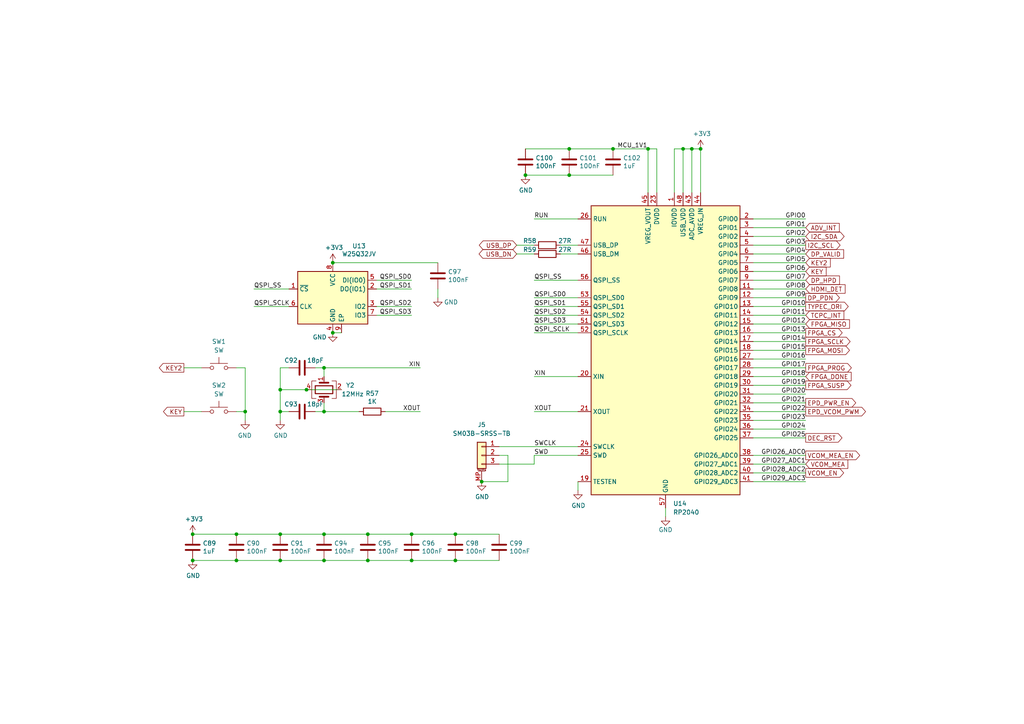
<source format=kicad_sch>
(kicad_sch (version 20231120) (generator "eeschema") (generator_version "8.0")
  (paper "A4")
  (title_block (title "Caster EPDC") (date "2022-07-03") (rev "R0.4") (company "Copyright 2022 Modos / Engineer: Wenting Zhang"))
  (lib_symbols
    (symbol "Connector_Generic_MountingPin:Conn_01x03_MountingPin" (pin_names (offset 1.016) hide)
      (property "Reference" "J" (at 0 5.08 0))
      (property "Value" "Conn_01x03_MountingPin" (at 1.27 -5.08 0))
      (symbol "Conn_01x03_MountingPin_1_1"
        (rectangle (start -1.27 -2.413) (end 0 -2.667) (stroke (width 0.1524)))
        (rectangle (start -1.27 0.127) (end 0 -0.127) (stroke (width 0.1524)))
        (rectangle (start -1.27 2.667) (end 0 2.413) (stroke (width 0.1524)))
        (rectangle (start -1.27 3.81) (end 1.27 -3.81) (stroke (width 0.254)) (fill (type background)))
        (polyline (pts (xy -1.016 -4.572) (xy 1.016 -4.572)) (stroke (width 0.1524)))
        (text "Mounting" (at 0 -4.191 0) (effects (font (size 0.381 0.381))))
        (pin passive line (at -5.08 2.54 0) (length 3.81) (name "Pin_1") (number "1"))
        (pin passive line (at -5.08 0 0) (length 3.81) (name "Pin_2") (number "2"))
        (pin passive line (at -5.08 -2.54 0) (length 3.81) (name "Pin_3") (number "3"))
        (pin passive line (at 0 -7.62 90) (length 3.048) (name "MountPin") (number "MP"))
      )
    )
    (symbol "Device:C" (pin_numbers hide) (pin_names (offset 0.254))
      (property "Reference" "C" (at 0.635 2.54 0))
      (property "Value" "C" (at 0.635 -2.54 0))
      (symbol "C_0_1"
        (polyline (pts (xy -2.032 -0.762) (xy 2.032 -0.762)) (stroke (width 0.508)))
        (polyline (pts (xy -2.032 0.762) (xy 2.032 0.762)) (stroke (width 0.508)))
      )
      (symbol "C_1_1"
        (pin passive line (at 0 3.81 270) (length 2.794) (name "~") (number "1"))
        (pin passive line (at 0 -3.81 90) (length 2.794) (name "~") (number "2"))
      )
    )
    (symbol "Device:Crystal_GND24" (pin_names (offset 1.016) hide)
      (property "Reference" "Y" (at 3.175 5.08 0))
      (property "Value" "Crystal_GND24" (at 3.175 3.175 0))
      (symbol "Crystal_GND24_0_1"
        (rectangle (start -1.143 2.54) (end 1.143 -2.54) (stroke (width 0.3048)))
        (polyline (pts (xy -2.54 0) (xy -2.032 0)))
        (polyline (pts (xy -2.032 -1.27) (xy -2.032 1.27)) (stroke (width 0.508)))
        (polyline (pts (xy 0 -3.81) (xy 0 -3.556)))
        (polyline (pts (xy 0 3.556) (xy 0 3.81)))
        (polyline (pts (xy 2.032 -1.27) (xy 2.032 1.27)) (stroke (width 0.508)))
        (polyline (pts (xy 2.032 0) (xy 2.54 0)))
        (polyline (pts (xy -2.54 -2.286) (xy -2.54 -3.556) (xy 2.54 -3.556) (xy 2.54 -2.286)))
        (polyline (pts (xy -2.54 2.286) (xy -2.54 3.556) (xy 2.54 3.556) (xy 2.54 2.286)))
      )
      (symbol "Crystal_GND24_1_1"
        (pin passive line (at -3.81 0 0) (length 1.27) (name "1") (number "1"))
        (pin passive line (at 0 5.08 270) (length 1.27) (name "2") (number "2"))
        (pin passive line (at 3.81 0 180) (length 1.27) (name "3") (number "3"))
        (pin passive line (at 0 -5.08 90) (length 1.27) (name "4") (number "4"))
      )
    )
    (symbol "Device:R" (pin_numbers hide) (pin_names (offset 0))
      (property "Reference" "R" (at 2.032 0 90))
      (property "Value" "R" (at 0 0 90))
      (symbol "R_0_1"
        (rectangle (start -1.016 -2.54) (end 1.016 2.54) (stroke (width 0.254)))
      )
      (symbol "R_1_1"
        (pin passive line (at 0 3.81 270) (length 1.27) (name "~") (number "1"))
        (pin passive line (at 0 -3.81 90) (length 1.27) (name "~") (number "2"))
      )
    )
    (symbol "MCU_RaspberryPi:RP2040"
      (property "Reference" "U" (at 17.78 45.72 0))
      (property "Value" "RP2040" (at 17.78 43.18 0))
      (symbol "RP2040_0_1"
        (rectangle (start -21.59 41.91) (end 21.59 -41.91) (stroke (width 0.254)) (fill (type background)))
      )
      (symbol "RP2040_1_1"
        (pin power_in line (at 2.54 45.72 270) (length 3.81) (name "IOVDD") (number "1"))
        (pin passive line (at 2.54 45.72 270) (length 3.81) hide (name "IOVDD") (number "10"))
        (pin bidirectional line (at 25.4 17.78 180) (length 3.81) (name "GPIO8") (number "11"))
        (pin bidirectional line (at 25.4 15.24 180) (length 3.81) (name "GPIO9") (number "12"))
        (pin bidirectional line (at 25.4 12.7 180) (length 3.81) (name "GPIO10") (number "13"))
        (pin bidirectional line (at 25.4 10.16 180) (length 3.81) (name "GPIO11") (number "14"))
        (pin bidirectional line (at 25.4 7.62 180) (length 3.81) (name "GPIO12") (number "15"))
        (pin bidirectional line (at 25.4 5.08 180) (length 3.81) (name "GPIO13") (number "16"))
        (pin bidirectional line (at 25.4 2.54 180) (length 3.81) (name "GPIO14") (number "17"))
        (pin bidirectional line (at 25.4 0 180) (length 3.81) (name "GPIO15") (number "18"))
        (pin input line (at -25.4 -38.1 0) (length 3.81) (name "TESTEN") (number "19"))
        (pin bidirectional line (at 25.4 38.1 180) (length 3.81) (name "GPIO0") (number "2"))
        (pin input line (at -25.4 -7.62 0) (length 3.81) (name "XIN") (number "20"))
        (pin passive line (at -25.4 -17.78 0) (length 3.81) (name "XOUT") (number "21"))
        (pin passive line (at 2.54 45.72 270) (length 3.81) hide (name "IOVDD") (number "22"))
        (pin power_in line (at -2.54 45.72 270) (length 3.81) (name "DVDD") (number "23"))
        (pin input line (at -25.4 -27.94 0) (length 3.81) (name "SWCLK") (number "24"))
        (pin bidirectional line (at -25.4 -30.48 0) (length 3.81) (name "SWD") (number "25"))
        (pin input line (at -25.4 38.1 0) (length 3.81) (name "RUN") (number "26"))
        (pin bidirectional line (at 25.4 -2.54 180) (length 3.81) (name "GPIO16") (number "27"))
        (pin bidirectional line (at 25.4 -5.08 180) (length 3.81) (name "GPIO17") (number "28"))
        (pin bidirectional line (at 25.4 -7.62 180) (length 3.81) (name "GPIO18") (number "29"))
        (pin bidirectional line (at 25.4 35.56 180) (length 3.81) (name "GPIO1") (number "3"))
        (pin bidirectional line (at 25.4 -10.16 180) (length 3.81) (name "GPIO19") (number "30"))
        (pin bidirectional line (at 25.4 -12.7 180) (length 3.81) (name "GPIO20") (number "31"))
        (pin bidirectional line (at 25.4 -15.24 180) (length 3.81) (name "GPIO21") (number "32"))
        (pin passive line (at 2.54 45.72 270) (length 3.81) hide (name "IOVDD") (number "33"))
        (pin bidirectional line (at 25.4 -17.78 180) (length 3.81) (name "GPIO22") (number "34"))
        (pin bidirectional line (at 25.4 -20.32 180) (length 3.81) (name "GPIO23") (number "35"))
        (pin bidirectional line (at 25.4 -22.86 180) (length 3.81) (name "GPIO24") (number "36"))
        (pin bidirectional line (at 25.4 -25.4 180) (length 3.81) (name "GPIO25") (number "37"))
        (pin bidirectional line (at 25.4 -30.48 180) (length 3.81) (name "GPIO26_ADC0") (number "38"))
        (pin bidirectional line (at 25.4 -33.02 180) (length 3.81) (name "GPIO27_ADC1") (number "39"))
        (pin bidirectional line (at 25.4 33.02 180) (length 3.81) (name "GPIO2") (number "4"))
        (pin bidirectional line (at 25.4 -35.56 180) (length 3.81) (name "GPIO28_ADC2") (number "40"))
        (pin bidirectional line (at 25.4 -38.1 180) (length 3.81) (name "GPIO29_ADC3") (number "41"))
        (pin passive line (at 2.54 45.72 270) (length 3.81) hide (name "IOVDD") (number "42"))
        (pin power_in line (at 7.62 45.72 270) (length 3.81) (name "ADC_AVDD") (number "43"))
        (pin power_in line (at 10.16 45.72 270) (length 3.81) (name "VREG_IN") (number "44"))
        (pin power_out line (at -5.08 45.72 270) (length 3.81) (name "VREG_VOUT") (number "45"))
        (pin bidirectional line (at -25.4 27.94 0) (length 3.81) (name "USB_DM") (number "46"))
        (pin bidirectional line (at -25.4 30.48 0) (length 3.81) (name "USB_DP") (number "47"))
        (pin power_in line (at 5.08 45.72 270) (length 3.81) (name "USB_VDD") (number "48"))
        (pin passive line (at 2.54 45.72 270) (length 3.81) hide (name "IOVDD") (number "49"))
        (pin bidirectional line (at 25.4 30.48 180) (length 3.81) (name "GPIO3") (number "5"))
        (pin passive line (at -2.54 45.72 270) (length 3.81) hide (name "DVDD") (number "50"))
        (pin bidirectional line (at -25.4 7.62 0) (length 3.81) (name "QSPI_SD3") (number "51"))
        (pin output line (at -25.4 5.08 0) (length 3.81) (name "QSPI_SCLK") (number "52"))
        (pin bidirectional line (at -25.4 15.24 0) (length 3.81) (name "QSPI_SD0") (number "53"))
        (pin bidirectional line (at -25.4 10.16 0) (length 3.81) (name "QSPI_SD2") (number "54"))
        (pin bidirectional line (at -25.4 12.7 0) (length 3.81) (name "QSPI_SD1") (number "55"))
        (pin bidirectional line (at -25.4 20.32 0) (length 3.81) (name "QSPI_SS") (number "56"))
        (pin power_in line (at 0 -45.72 90) (length 3.81) (name "GND") (number "57"))
        (pin bidirectional line (at 25.4 27.94 180) (length 3.81) (name "GPIO4") (number "6"))
        (pin bidirectional line (at 25.4 25.4 180) (length 3.81) (name "GPIO5") (number "7"))
        (pin bidirectional line (at 25.4 22.86 180) (length 3.81) (name "GPIO6") (number "8"))
        (pin bidirectional line (at 25.4 20.32 180) (length 3.81) (name "GPIO7") (number "9"))
      )
    )
    (symbol "Memory_Flash:W25Q32JVZP"
      (property "Reference" "U" (at -8.89 8.89 0))
      (property "Value" "W25Q32JVZP" (at 7.62 8.89 0))
      (symbol "W25Q32JVZP_0_1"
        (rectangle (start -10.16 7.62) (end 10.16 -7.62) (stroke (width 0.254)) (fill (type background)))
      )
      (symbol "W25Q32JVZP_1_1"
        (pin input line (at -12.7 2.54 0) (length 2.54) (name "~{CS}") (number "1"))
        (pin bidirectional line (at 12.7 2.54 180) (length 2.54) (name "DO(IO1)") (number "2"))
        (pin bidirectional line (at 12.7 -2.54 180) (length 2.54) (name "IO2") (number "3"))
        (pin power_in line (at 0 -10.16 90) (length 2.54) (name "GND") (number "4"))
        (pin bidirectional line (at 12.7 5.08 180) (length 2.54) (name "DI(IO0)") (number "5"))
        (pin input line (at -12.7 -2.54 0) (length 2.54) (name "CLK") (number "6"))
        (pin bidirectional line (at 12.7 -5.08 180) (length 2.54) (name "IO3") (number "7"))
        (pin power_in line (at 0 10.16 270) (length 2.54) (name "VCC") (number "8"))
        (pin passive line (at 2.54 -10.16 90) (length 2.54) (name "EP") (number "9"))
      )
    )
    (symbol "Switch:SW_Push" (pin_numbers hide) (pin_names (offset 1.016) hide)
      (property "Reference" "SW" (at 1.27 2.54 0))
      (property "Value" "SW_Push" (at 0 -1.524 0))
      (symbol "SW_Push_0_1"
        (circle (center -2.032 0) (radius 0.508))
        (polyline (pts (xy 0 1.27) (xy 0 3.048)))
        (polyline (pts (xy 2.54 1.27) (xy -2.54 1.27)))
        (circle (center 2.032 0) (radius 0.508))
        (pin passive line (at -5.08 0 0) (length 2.54) (name "1") (number "1"))
        (pin passive line (at 5.08 0 180) (length 2.54) (name "2") (number "2"))
      )
    )
    (symbol "power:+3V3" (power) (pin_names (offset 0))
      (property "Value" "+3V3" (at 0 3.556 0))
      (symbol "+3V3_0_1"
        (polyline (pts (xy -0.762 1.27) (xy 0 2.54)))
        (polyline (pts (xy 0 0) (xy 0 2.54)))
        (polyline (pts (xy 0 2.54) (xy 0.762 1.27)))
      )
      (symbol "+3V3_1_1"
        (pin power_in line (at 0 0 90) (length 0) hide (name "+3V3") (number "1"))
      )
    )
    (symbol "power:GND" (power) (pin_names (offset 0))
      (property "Value" "GND" (at 0 -3.81 0))
      (symbol "GND_0_1"
        (polyline (pts (xy 0 0) (xy 0 -1.27) (xy 1.27 -1.27) (xy 0 -2.54) (xy -1.27 -1.27) (xy 0 -1.27)))
      )
      (symbol "GND_1_1"
        (pin power_in line (at 0 0 270) (length 0) hide (name "GND") (number "1"))
      )
    )
  )
  (junction (at 139.7 139.7))
  (junction (at 187.96 43.18) (diameter 0.9144))
  (junction (at 81.28 162.56) (diameter 0.9144))
  (junction (at 177.8 43.18))
  (junction (at 119.38 162.56) (diameter 0.9144))
  (junction (at 152.4 50.8))
  (junction (at 93.98 119.38) (diameter 0.9144))
  (junction (at 93.98 154.94) (diameter 0.9144))
  (junction (at 132.08 154.94) (diameter 0.9144))
  (junction (at 106.68 162.56) (diameter 0.9144))
  (junction (at 88.9 113.03) (diameter 0.9144))
  (junction (at 55.88 162.56) (diameter 0.9144))
  (junction (at 119.38 154.94) (diameter 0.9144))
  (junction (at 93.98 106.68) (diameter 0.9144))
  (junction (at 96.52 76.2))
  (junction (at 68.58 154.94) (diameter 0.9144))
  (junction (at 71.12 119.38))
  (junction (at 165.1 50.8) (diameter 0.9144))
  (junction (at 68.58 162.56) (diameter 0.9144))
  (junction (at 81.28 113.03) (diameter 0.9144))
  (junction (at 81.28 119.38) (diameter 0.9144))
  (junction (at 203.2 43.18) (diameter 0.9144))
  (junction (at 165.1 43.18) (diameter 0.9144))
  (junction (at 198.12 43.18))
  (junction (at 81.28 154.94) (diameter 0.9144))
  (junction (at 106.68 154.94) (diameter 0.9144))
  (junction (at 200.66 43.18))
  (junction (at 93.98 162.56) (diameter 0.9144))
  (junction (at 132.08 162.56) (diameter 0.9144))
  (junction (at 55.88 154.94) (diameter 0.9144))
  (junction (at 96.52 96.52))
  (wire (pts (xy 218.44 66.04) (xy 233.68 66.04)))
  (wire (pts (xy 127 83.82) (xy 127 86.36)))
  (wire (pts (xy 152.4 43.18) (xy 165.1 43.18)))
  (wire (pts (xy 218.44 127) (xy 233.68 127)))
  (wire (pts (xy 144.78 132.08) (xy 147.32 132.08)))
  (wire (pts (xy 198.12 43.18) (xy 200.66 43.18)))
  (wire (pts (xy 93.98 109.22) (xy 93.98 106.68)))
  (wire (pts (xy 144.78 134.62) (xy 154.94 134.62)))
  (wire (pts (xy 149.86 73.66) (xy 154.94 73.66)))
  (wire (pts (xy 167.64 81.28) (xy 154.94 81.28)))
  (wire (pts (xy 53.34 119.38) (xy 58.42 119.38)))
  (wire (pts (xy 203.2 43.18) (xy 203.2 55.88)))
  (wire (pts (xy 200.66 55.88) (xy 200.66 43.18)))
  (wire (pts (xy 71.12 106.68) (xy 71.12 119.38)))
  (wire (pts (xy 96.52 96.52) (xy 99.06 96.52)))
  (wire (pts (xy 111.76 119.38) (xy 121.92 119.38)))
  (wire (pts (xy 106.68 162.56) (xy 119.38 162.56)))
  (wire (pts (xy 81.28 119.38) (xy 83.82 119.38)))
  (wire (pts (xy 167.64 132.08) (xy 154.94 132.08)))
  (wire (pts (xy 93.98 119.38) (xy 91.44 119.38)))
  (wire (pts (xy 187.96 43.18) (xy 187.96 55.88)))
  (wire (pts (xy 81.28 119.38) (xy 81.28 121.92)))
  (wire (pts (xy 218.44 73.66) (xy 233.68 73.66)))
  (wire (pts (xy 190.5 43.18) (xy 187.96 43.18)))
  (wire (pts (xy 167.64 139.7) (xy 167.64 142.24)))
  (wire (pts (xy 167.64 119.38) (xy 154.94 119.38)))
  (wire (pts (xy 218.44 111.76) (xy 233.68 111.76)))
  (wire (pts (xy 218.44 93.98) (xy 233.68 93.98)))
  (wire (pts (xy 109.22 83.82) (xy 119.38 83.82)))
  (wire (pts (xy 152.4 50.8) (xy 165.1 50.8)))
  (wire (pts (xy 198.12 55.88) (xy 198.12 43.18)))
  (wire (pts (xy 81.28 154.94) (xy 93.98 154.94)))
  (wire (pts (xy 73.66 83.82) (xy 83.82 83.82)))
  (wire (pts (xy 91.44 106.68) (xy 93.98 106.68)))
  (wire (pts (xy 218.44 114.3) (xy 233.68 114.3)))
  (wire (pts (xy 93.98 106.68) (xy 121.92 106.68)))
  (wire (pts (xy 218.44 71.12) (xy 233.68 71.12)))
  (wire (pts (xy 154.94 63.5) (xy 167.64 63.5)))
  (wire (pts (xy 81.28 106.68) (xy 81.28 113.03)))
  (wire (pts (xy 99.06 113.03) (xy 88.9 113.03)))
  (wire (pts (xy 218.44 78.74) (xy 233.68 78.74)))
  (wire (pts (xy 81.28 113.03) (xy 88.9 113.03)))
  (wire (pts (xy 53.34 106.68) (xy 58.42 106.68)))
  (wire (pts (xy 132.08 162.56) (xy 144.78 162.56)))
  (wire (pts (xy 144.78 129.54) (xy 167.64 129.54)))
  (wire (pts (xy 106.68 154.94) (xy 119.38 154.94)))
  (wire (pts (xy 218.44 83.82) (xy 233.68 83.82)))
  (wire (pts (xy 93.98 116.84) (xy 93.98 119.38)))
  (wire (pts (xy 132.08 154.94) (xy 144.78 154.94)))
  (wire (pts (xy 165.1 50.8) (xy 177.8 50.8)))
  (wire (pts (xy 154.94 109.22) (xy 167.64 109.22)))
  (wire (pts (xy 154.94 93.98) (xy 167.64 93.98)))
  (wire (pts (xy 193.04 147.32) (xy 193.04 149.86)))
  (wire (pts (xy 147.32 139.7) (xy 139.7 139.7)))
  (wire (pts (xy 218.44 76.2) (xy 233.68 76.2)))
  (wire (pts (xy 154.94 134.62) (xy 154.94 132.08)))
  (wire (pts (xy 162.56 71.12) (xy 167.64 71.12)))
  (wire (pts (xy 218.44 99.06) (xy 233.68 99.06)))
  (wire (pts (xy 218.44 134.62) (xy 233.68 134.62)))
  (wire (pts (xy 68.58 154.94) (xy 81.28 154.94)))
  (wire (pts (xy 218.44 63.5) (xy 233.68 63.5)))
  (wire (pts (xy 218.44 68.58) (xy 233.68 68.58)))
  (wire (pts (xy 165.1 43.18) (xy 177.8 43.18)))
  (wire (pts (xy 218.44 104.14) (xy 233.68 104.14)))
  (wire (pts (xy 218.44 119.38) (xy 233.68 119.38)))
  (wire (pts (xy 83.82 106.68) (xy 81.28 106.68)))
  (wire (pts (xy 218.44 96.52) (xy 233.68 96.52)))
  (wire (pts (xy 93.98 162.56) (xy 106.68 162.56)))
  (wire (pts (xy 119.38 154.94) (xy 132.08 154.94)))
  (wire (pts (xy 195.58 43.18) (xy 198.12 43.18)))
  (wire (pts (xy 190.5 55.88) (xy 190.5 43.18)))
  (wire (pts (xy 218.44 121.92) (xy 233.68 121.92)))
  (wire (pts (xy 177.8 43.18) (xy 187.96 43.18)))
  (wire (pts (xy 55.88 162.56) (xy 68.58 162.56)))
  (wire (pts (xy 93.98 154.94) (xy 106.68 154.94)))
  (wire (pts (xy 218.44 132.08) (xy 233.68 132.08)))
  (wire (pts (xy 218.44 137.16) (xy 233.68 137.16)))
  (wire (pts (xy 71.12 119.38) (xy 71.12 121.92)))
  (wire (pts (xy 218.44 124.46) (xy 233.68 124.46)))
  (wire (pts (xy 104.14 119.38) (xy 93.98 119.38)))
  (wire (pts (xy 167.64 96.52) (xy 154.94 96.52)))
  (wire (pts (xy 218.44 139.7) (xy 233.68 139.7)))
  (wire (pts (xy 149.86 71.12) (xy 154.94 71.12)))
  (wire (pts (xy 55.88 154.94) (xy 68.58 154.94)))
  (wire (pts (xy 218.44 86.36) (xy 233.68 86.36)))
  (wire (pts (xy 109.22 81.28) (xy 119.38 81.28)))
  (wire (pts (xy 96.52 76.2) (xy 127 76.2)))
  (wire (pts (xy 218.44 109.22) (xy 233.68 109.22)))
  (wire (pts (xy 218.44 116.84) (xy 233.68 116.84)))
  (wire (pts (xy 109.22 88.9) (xy 119.38 88.9)))
  (wire (pts (xy 73.66 88.9) (xy 83.82 88.9)))
  (wire (pts (xy 154.94 86.36) (xy 167.64 86.36)))
  (wire (pts (xy 162.56 73.66) (xy 167.64 73.66)))
  (wire (pts (xy 81.28 162.56) (xy 93.98 162.56)))
  (wire (pts (xy 218.44 88.9) (xy 233.68 88.9)))
  (wire (pts (xy 81.28 113.03) (xy 81.28 119.38)))
  (wire (pts (xy 147.32 132.08) (xy 147.32 139.7)))
  (wire (pts (xy 218.44 106.68) (xy 233.68 106.68)))
  (wire (pts (xy 218.44 101.6) (xy 233.68 101.6)))
  (wire (pts (xy 195.58 43.18) (xy 195.58 55.88)))
  (wire (pts (xy 68.58 162.56) (xy 81.28 162.56)))
  (wire (pts (xy 68.58 106.68) (xy 71.12 106.68)))
  (wire (pts (xy 218.44 81.28) (xy 233.68 81.28)))
  (wire (pts (xy 200.66 43.18) (xy 203.2 43.18)))
  (wire (pts (xy 119.38 162.56) (xy 132.08 162.56)))
  (wire (pts (xy 68.58 119.38) (xy 71.12 119.38)))
  (wire (pts (xy 154.94 91.44) (xy 167.64 91.44)))
  (wire (pts (xy 109.22 91.44) (xy 119.38 91.44)))
  (wire (pts (xy 154.94 88.9) (xy 167.64 88.9)))
  (wire (pts (xy 218.44 91.44) (xy 233.68 91.44)))
  (label "XIN" (at 121.92 106.68 180))
  (label "QSPI_SD2" (at 119.38 88.9 180))
  (label "QSPI_SD0" (at 154.94 86.36 0))
  (label "GPIO4" (at 233.68 73.66 180))
  (label "QSPI_SD3" (at 119.38 91.44 180))
  (label "XOUT" (at 121.92 119.38 180))
  (label "GPIO27_ADC1" (at 233.68 134.62 180))
  (label "GPIO13" (at 233.68 96.52 180))
  (label "QSPI_SD0" (at 119.38 81.28 180))
  (label "GPIO23" (at 233.68 121.92 180))
  (label "QSPI_SS" (at 73.66 83.82 0))
  (label "GPIO11" (at 233.68 91.44 180))
  (label "GPIO20" (at 233.68 114.3 180))
  (label "XIN" (at 154.94 109.22 0))
  (label "GPIO14" (at 233.68 99.06 180))
  (label "QSPI_SD1" (at 154.94 88.9 0))
  (label "GPIO5" (at 233.68 76.2 180))
  (label "GPIO16" (at 233.68 104.14 180))
  (label "GPIO26_ADC0" (at 233.68 132.08 180))
  (label "GPIO0" (at 233.68 63.5 180))
  (label "GPIO9" (at 233.68 86.36 180))
  (label "GPIO7" (at 233.68 81.28 180))
  (label "XOUT" (at 154.94 119.38 0))
  (label "QSPI_SCLK" (at 73.66 88.9 0))
  (label "GPIO21" (at 233.68 116.84 180))
  (label "GPIO22" (at 233.68 119.38 180))
  (label "QSPI_SD1" (at 119.38 83.82 180))
  (label "SWCLK" (at 154.94 129.54 0))
  (label "GPIO18" (at 233.68 109.22 180))
  (label "GPIO6" (at 233.68 78.74 180))
  (label "SWD" (at 154.94 132.08 0))
  (label "RUN" (at 154.94 63.5 0))
  (label "GPIO15" (at 233.68 101.6 180))
  (label "GPIO10" (at 233.68 88.9 180))
  (label "QSPI_SS" (at 154.94 81.28 0))
  (label "GPIO12" (at 233.68 93.98 180))
  (label "GPIO19" (at 233.68 111.76 180))
  (label "GPIO24" (at 233.68 124.46 180))
  (label "QSPI_SD2" (at 154.94 91.44 0))
  (label "GPIO8" (at 233.68 83.82 180))
  (label "QSPI_SCLK" (at 154.94 96.52 0))
  (label "QSPI_SD3" (at 154.94 93.98 0))
  (label "GPIO17" (at 233.68 106.68 180))
  (label "MCU_1V1" (at 179.07 43.18 0))
  (label "GPIO1" (at 233.68 66.04 180))
  (label "GPIO28_ADC2" (at 233.68 137.16 180))
  (label "GPIO2" (at 233.68 68.58 180))
  (label "GPIO3" (at 233.68 71.12 180))
  (label "GPIO29_ADC3" (at 233.68 139.7 180))
  (label "GPIO25" (at 233.68 127 180))
  (global_label "DP_VALID" (shape input) (at 233.68 73.66 0) (property "Intersheetrefs" "${INTERSHEET_REFS}" (effects (hide yes))))
  (global_label "VCOM_MEA_EN" (shape output) (at 233.68 132.08 0) (property "Intersheetrefs" "${INTERSHEET_REFS}" (effects (hide yes))))
  (global_label "I2C_SDA" (shape bidirectional) (at 233.68 68.58 0) (property "Intersheetrefs" "${INTERSHEET_REFS}" (effects (hide yes))))
  (global_label "TCPC_INT" (shape input) (at 233.68 91.44 0) (property "Intersheetrefs" "${INTERSHEET_REFS}" (effects (hide yes))))
  (global_label "FPGA_MISO" (shape input) (at 233.68 93.98 0) (property "Intersheetrefs" "${INTERSHEET_REFS}" (effects (hide yes))))
  (global_label "TYPEC_ORI" (shape output) (at 233.68 88.9 0) (property "Intersheetrefs" "${INTERSHEET_REFS}" (effects (hide yes))))
  (global_label "FPGA_CS" (shape output) (at 233.68 96.52 0) (property "Intersheetrefs" "${INTERSHEET_REFS}" (effects (hide yes))))
  (global_label "KEY" (shape output) (at 53.34 119.38 180) (property "Intersheetrefs" "${INTERSHEET_REFS}" (effects (hide yes))))
  (global_label "FPGA_SUSP" (shape output) (at 233.68 111.76 0) (property "Intersheetrefs" "${INTERSHEET_REFS}" (effects (hide yes))))
  (global_label "KEY2" (shape input) (at 233.68 76.2 0) (property "Intersheetrefs" "${INTERSHEET_REFS}" (effects (hide yes))))
  (global_label "I2C_SCL" (shape output) (at 233.68 71.12 0) (property "Intersheetrefs" "${INTERSHEET_REFS}" (effects (hide yes))))
  (global_label "HDMI_DET" (shape input) (at 233.68 83.82 0) (property "Intersheetrefs" "${INTERSHEET_REFS}" (effects (hide yes))))
  (global_label "FPGA_SCLK" (shape output) (at 233.68 99.06 0) (property "Intersheetrefs" "${INTERSHEET_REFS}" (effects (hide yes))))
  (global_label "USB_DP" (shape bidirectional) (at 149.86 71.12 180) (property "Intersheetrefs" "${INTERSHEET_REFS}" (effects (hide yes))))
  (global_label "KEY" (shape input) (at 233.68 78.74 0) (property "Intersheetrefs" "${INTERSHEET_REFS}" (effects (hide yes))))
  (global_label "EPD_PWR_EN" (shape output) (at 233.68 116.84 0) (property "Intersheetrefs" "${INTERSHEET_REFS}" (effects (hide yes))))
  (global_label "USB_DN" (shape bidirectional) (at 149.86 73.66 180) (property "Intersheetrefs" "${INTERSHEET_REFS}" (effects (hide yes))))
  (global_label "FPGA_PROG" (shape output) (at 233.68 106.68 0) (property "Intersheetrefs" "${INTERSHEET_REFS}" (effects (hide yes))))
  (global_label "FPGA_DONE" (shape input) (at 233.68 109.22 0) (property "Intersheetrefs" "${INTERSHEET_REFS}" (effects (hide yes))))
  (global_label "FPGA_MOSI" (shape output) (at 233.68 101.6 0) (property "Intersheetrefs" "${INTERSHEET_REFS}" (effects (hide yes))))
  (global_label "ADV_INT" (shape input) (at 233.68 66.04 0) (property "Intersheetrefs" "${INTERSHEET_REFS}" (effects (hide yes))))
  (global_label "DEC_RST" (shape output) (at 233.68 127 0) (property "Intersheetrefs" "${INTERSHEET_REFS}" (effects (hide yes))))
  (global_label "DP_PDN" (shape output) (at 233.68 86.36 0) (property "Intersheetrefs" "${INTERSHEET_REFS}" (effects (hide yes))))
  (global_label "DP_HPD" (shape input) (at 233.68 81.28 0) (property "Intersheetrefs" "${INTERSHEET_REFS}" (effects (hide yes))))
  (global_label "KEY2" (shape output) (at 53.34 106.68 180) (property "Intersheetrefs" "${INTERSHEET_REFS}" (effects (hide yes))))
  (global_label "VCOM_MEA" (shape input) (at 233.68 134.62 0) (property "Intersheetrefs" "${INTERSHEET_REFS}" (effects (hide yes))))
  (global_label "EPD_VCOM_PWM" (shape output) (at 233.68 119.38 0) (property "Intersheetrefs" "${INTERSHEET_REFS}" (effects (hide yes))))
  (global_label "VCOM_EN" (shape output) (at 233.68 137.16 0) (property "Intersheetrefs" "${INTERSHEET_REFS}" (effects (hide yes))))
  (symbol (lib_id "Device:C") (at 81.28 158.75 0) (unit 1)
    (property "Reference" "C91" (at 84.201 157.5816 0) (effects (justify left)))
    (property "Value" "100nF" (at 84.201 159.893 0) (effects (justify left)))
    (property "Footprint" "Capacitor_SMD:C_0402_1005Metric" (effects (hide yes)))
  )
  (symbol (lib_id "power:GND") (at 152.4 50.8 0) (unit 1)
    (property "Reference" "#PWR0137" (effects (hide yes)))
    (property "Value" "GND" (at 152.527 55.1942 0))
  )
  (symbol (lib_id "Switch:SW_Push") (at 63.5 106.68 0) (unit 1)
    (property "Reference" "SW1" (at 63.5 99.06 0))
    (property "Value" "SW" (at 63.5 101.6 0))
    (property "Footprint" "Button_Switch_SMD:Panasonic_EVQPUL_EVQPUC" (effects (hide yes)))
  )
  (symbol (lib_id "power:GND") (at 167.64 142.24 0) (unit 1)
    (property "Reference" "#PWR0138" (effects (hide yes)))
    (property "Value" "GND" (at 167.767 146.6342 0))
  )
  (symbol (lib_id "Device:R") (at 107.95 119.38 270) (unit 1)
    (property "Reference" "R57" (at 107.95 114.1222 90))
    (property "Value" "1K" (at 107.95 116.4336 90))
    (property "Footprint" "Resistor_SMD:R_0402_1005Metric" (effects (hide yes)))
  )
  (symbol (lib_id "power:+3V3") (at 203.2 43.18 0) (unit 1)
    (property "Reference" "#PWR0140" (effects (hide yes)))
    (property "Value" "+3V3" (at 203.581 38.7858 0))
  )
  (symbol (lib_id "Device:C") (at 93.98 158.75 0) (unit 1)
    (property "Reference" "C94" (at 96.901 157.5816 0) (effects (justify left)))
    (property "Value" "100nF" (at 96.901 159.893 0) (effects (justify left)))
    (property "Footprint" "Capacitor_SMD:C_0402_1005Metric" (effects (hide yes)))
  )
  (symbol (lib_id "power:GND") (at 81.28 121.92 0) (unit 1)
    (property "Reference" "#PWR0133" (effects (hide yes)))
    (property "Value" "GND" (at 81.407 126.3142 0))
  )
  (symbol (lib_id "Device:C") (at 119.38 158.75 0) (unit 1)
    (property "Reference" "C96" (at 122.301 157.5816 0) (effects (justify left)))
    (property "Value" "100nF" (at 122.301 159.893 0) (effects (justify left)))
    (property "Footprint" "Capacitor_SMD:C_0402_1005Metric" (effects (hide yes)))
  )
  (symbol (lib_id "Device:C") (at 68.58 158.75 0) (unit 1)
    (property "Reference" "C90" (at 71.501 157.5816 0) (effects (justify left)))
    (property "Value" "100nF" (at 71.501 159.893 0) (effects (justify left)))
    (property "Footprint" "Capacitor_SMD:C_0402_1005Metric" (effects (hide yes)))
  )
  (symbol (lib_id "Device:C") (at 55.88 158.75 0) (unit 1)
    (property "Reference" "C89" (at 58.801 157.582 0) (effects (justify left)))
    (property "Value" "1uF" (at 58.801 159.893 0) (effects (justify left)))
    (property "Footprint" "Capacitor_SMD:C_0402_1005Metric" (effects (hide yes)))
  )
  (symbol (lib_id "power:GND") (at 193.04 149.86 0) (unit 1)
    (property "Reference" "#PWR0139" (effects (hide yes)))
    (property "Value" "GND" (at 193.04 153.67 0))
  )
  (symbol (lib_id "Device:C") (at 165.1 46.99 0) (unit 1)
    (property "Reference" "C101" (at 168.021 45.8216 0) (effects (justify left)))
    (property "Value" "100nF" (at 168.021 48.133 0) (effects (justify left)))
    (property "Footprint" "Capacitor_SMD:C_0402_1005Metric" (effects (hide yes)))
  )
  (symbol (lib_id "Device:C") (at 127 80.01 0) (unit 1)
    (property "Reference" "C97" (at 129.921 78.8416 0) (effects (justify left)))
    (property "Value" "100nF" (at 129.921 81.153 0) (effects (justify left)))
    (property "Footprint" "Capacitor_SMD:C_0402_1005Metric" (effects (hide yes)))
  )
  (symbol (lib_id "Device:R") (at 158.75 73.66 90) (mirror x) (unit 1)
    (property "Reference" "R59" (at 153.67 72.39 90))
    (property "Value" "27R" (at 163.83 72.39 90))
    (property "Footprint" "Resistor_SMD:R_0402_1005Metric" (effects (hide yes)))
  )
  (symbol (lib_id "Device:C") (at 132.08 158.75 0) (unit 1)
    (property "Reference" "C98" (at 135.001 157.5816 0) (effects (justify left)))
    (property "Value" "100nF" (at 135.001 159.893 0) (effects (justify left)))
    (property "Footprint" "Capacitor_SMD:C_0402_1005Metric" (effects (hide yes)))
  )
  (symbol (lib_id "power:+3V3") (at 55.88 154.94 0) (unit 1)
    (property "Reference" "#PWR0130" (effects (hide yes)))
    (property "Value" "+3V3" (at 56.261 150.5458 0))
  )
  (symbol (lib_id "Device:C") (at 106.68 158.75 0) (unit 1)
    (property "Reference" "C95" (at 109.601 157.5816 0) (effects (justify left)))
    (property "Value" "100nF" (at 109.601 159.893 0) (effects (justify left)))
    (property "Footprint" "Capacitor_SMD:C_0402_1005Metric" (effects (hide yes)))
  )
  (symbol (lib_id "Device:C") (at 87.63 106.68 270) (unit 1)
    (property "Reference" "C92" (at 82.4484 104.521 90) (effects (justify left)))
    (property "Value" "18pF" (at 89.027 104.521 90) (effects (justify left)))
    (property "Footprint" "Capacitor_SMD:C_0402_1005Metric" (effects (hide yes)))
  )
  (symbol (lib_id "power:GND") (at 127 86.36 0) (unit 1)
    (property "Reference" "#PWR0136" (effects (hide yes)))
    (property "Value" "GND" (at 130.81 87.63 0))
  )
  (symbol (lib_id "power:GND") (at 71.12 121.92 0) (mirror y) (unit 1)
    (property "Reference" "#PWR0132" (effects (hide yes)))
    (property "Value" "GND" (at 70.993 126.3142 0))
  )
  (symbol (lib_id "Device:C") (at 177.8 46.99 0) (unit 1)
    (property "Reference" "C102" (at 180.721 45.8216 0) (effects (justify left)))
    (property "Value" "1uF" (at 180.721 48.133 0) (effects (justify left)))
    (property "Footprint" "Capacitor_SMD:C_0402_1005Metric" (effects (hide yes)))
  )
  (symbol (lib_id "power:GND") (at 55.88 162.56 0) (unit 1)
    (property "Reference" "#PWR0131" (effects (hide yes)))
    (property "Value" "GND" (at 56.007 166.9542 0))
  )
  (symbol (lib_id "power:GND") (at 139.7 139.7 0) (unit 1)
    (property "Reference" "#PWR0144" (effects (hide yes)))
    (property "Value" "GND" (at 139.827 144.0942 0))
  )
  (symbol (lib_id "Switch:SW_Push") (at 63.5 119.38 0) (unit 1)
    (property "Reference" "SW2" (at 63.5 111.76 0))
    (property "Value" "SW" (at 63.5 114.3 0))
    (property "Footprint" "Button_Switch_SMD:Panasonic_EVQPUL_EVQPUC" (effects (hide yes)))
  )
  (symbol (lib_id "Memory_Flash:W25Q32JVZP") (at 96.52 86.36 0) (unit 1)
    (property "Reference" "U13" (at 104.14 71.349 0))
    (property "Value" "W25Q32JV" (at 104.14 73.66 0))
    (property "Footprint" "Package_SON:WSON-8-1EP_6x5mm_P1.27mm_EP3.4x4.3mm" (effects (hide yes)))
    (property "Datasheet" "http://www.winbond.com/resource-files/w25q32jv%20revg%2003272018%20plus.pdf" (effects (hide yes)))
    (property "LCSC" "C571260" (effects (hide yes)))
    (property "Ref.Price" "0.9559" (effects (hide yes)))
  )
  (symbol (lib_id "power:+3V3") (at 96.52 76.2 0) (unit 1)
    (property "Reference" "#PWR0134" (effects (hide yes)))
    (property "Value" "+3V3" (at 96.901 71.8058 0))
  )
  (symbol (lib_id "Device:C") (at 87.63 119.38 270) (unit 1)
    (property "Reference" "C93" (at 82.4484 117.221 90) (effects (justify left)))
    (property "Value" "18pF" (at 89.027 117.221 90) (effects (justify left)))
    (property "Footprint" "Capacitor_SMD:C_0402_1005Metric" (effects (hide yes)))
  )
  (symbol (lib_id "power:GND") (at 96.52 96.52 0) (unit 1)
    (property "Reference" "#PWR0135" (effects (hide yes)))
    (property "Value" "GND" (at 92.71 97.79 0))
  )
  (symbol (lib_id "Device:C") (at 152.4 46.99 0) (unit 1)
    (property "Reference" "C100" (at 155.321 45.8216 0) (effects (justify left)))
    (property "Value" "100nF" (at 155.321 48.133 0) (effects (justify left)))
    (property "Footprint" "Capacitor_SMD:C_0402_1005Metric" (effects (hide yes)))
  )
  (symbol (lib_id "Device:C") (at 144.78 158.75 0) (unit 1)
    (property "Reference" "C99" (at 147.701 157.5816 0) (effects (justify left)))
    (property "Value" "100nF" (at 147.701 159.893 0) (effects (justify left)))
    (property "Footprint" "Capacitor_SMD:C_0402_1005Metric" (effects (hide yes)))
  )
  (symbol (lib_id "Connector_Generic_MountingPin:Conn_01x03_MountingPin") (at 139.7 132.08 0) (mirror y) (unit 1)
    (property "Reference" "J5" (at 139.7 123.19 0))
    (property "Value" "SM03B-SRSS-TB" (at 139.7 125.73 0))
    (property "Footprint" "Connector_JST:JST_SH_SM03B-SRSS-TB_1x03-1MP_P1.00mm_Horizontal" (effects (hide yes)))
  )
  (symbol (lib_id "Device:R") (at 158.75 71.12 90) (mirror x) (unit 1)
    (property "Reference" "R58" (at 153.67 69.85 90))
    (property "Value" "27R" (at 163.83 69.85 90))
    (property "Footprint" "Resistor_SMD:R_0402_1005Metric" (effects (hide yes)))
  )
  (symbol (lib_id "Device:Crystal_GND24") (at 93.98 113.03 270) (unit 1)
    (property "Reference" "Y2" (at 100.33 111.76 90) (effects (justify left)))
    (property "Value" "12MHz" (at 99.06 114.3 90) (effects (justify left)))
    (property "Footprint" "Oscillator:Oscillator_SMD_Abracon_ASE-4Pin_3.2x2.5mm" (effects (hide yes)))
  )
  (symbol (lib_id "MCU_RaspberryPi:RP2040") (at 193.04 101.6 0) (unit 1)
    (property "Reference" "U14" (at 195.2341 146.05 0) (effects (justify left)))
    (property "Value" "RP2040" (at 195.2341 148.59 0) (effects (justify left)))
    (property "Footprint" "footprints:RP2040-QFN-56" (effects (hide yes)))
    (property "Datasheet" "https://datasheets.raspberrypi.com/rp2040/rp2040-datasheet.pdf" (effects (hide yes)))
  )
)
</source>
